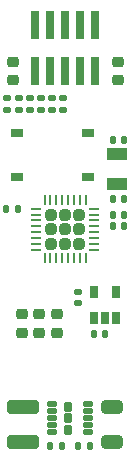
<source format=gbr>
%TF.GenerationSoftware,KiCad,Pcbnew,(6.0.4)*%
%TF.CreationDate,2022-05-03T13:51:14+02:00*%
%TF.ProjectId,nano_samc21e,6e616e6f-5f73-4616-9d63-3231652e6b69,rev?*%
%TF.SameCoordinates,Original*%
%TF.FileFunction,Paste,Top*%
%TF.FilePolarity,Positive*%
%FSLAX46Y46*%
G04 Gerber Fmt 4.6, Leading zero omitted, Abs format (unit mm)*
G04 Created by KiCad (PCBNEW (6.0.4)) date 2022-05-03 13:51:14*
%MOMM*%
%LPD*%
G01*
G04 APERTURE LIST*
G04 Aperture macros list*
%AMRoundRect*
0 Rectangle with rounded corners*
0 $1 Rounding radius*
0 $2 $3 $4 $5 $6 $7 $8 $9 X,Y pos of 4 corners*
0 Add a 4 corners polygon primitive as box body*
4,1,4,$2,$3,$4,$5,$6,$7,$8,$9,$2,$3,0*
0 Add four circle primitives for the rounded corners*
1,1,$1+$1,$2,$3*
1,1,$1+$1,$4,$5*
1,1,$1+$1,$6,$7*
1,1,$1+$1,$8,$9*
0 Add four rect primitives between the rounded corners*
20,1,$1+$1,$2,$3,$4,$5,0*
20,1,$1+$1,$4,$5,$6,$7,0*
20,1,$1+$1,$6,$7,$8,$9,0*
20,1,$1+$1,$8,$9,$2,$3,0*%
G04 Aperture macros list end*
%ADD10RoundRect,0.062500X-0.337500X0.062500X-0.337500X-0.062500X0.337500X-0.062500X0.337500X0.062500X0*%
%ADD11RoundRect,0.062500X-0.062500X0.337500X-0.062500X-0.337500X0.062500X-0.337500X0.062500X0.337500X0*%
%ADD12RoundRect,0.242500X-0.242500X0.242500X-0.242500X-0.242500X0.242500X-0.242500X0.242500X0.242500X0*%
%ADD13R,0.740000X2.400000*%
%ADD14RoundRect,0.250000X0.650000X-0.325000X0.650000X0.325000X-0.650000X0.325000X-0.650000X-0.325000X0*%
%ADD15RoundRect,0.250000X1.100000X-0.325000X1.100000X0.325000X-1.100000X0.325000X-1.100000X-0.325000X0*%
%ADD16RoundRect,0.140000X0.170000X-0.140000X0.170000X0.140000X-0.170000X0.140000X-0.170000X-0.140000X0*%
%ADD17RoundRect,0.140000X0.140000X0.170000X-0.140000X0.170000X-0.140000X-0.170000X0.140000X-0.170000X0*%
%ADD18RoundRect,0.112500X-0.287500X-0.112500X0.287500X-0.112500X0.287500X0.112500X-0.287500X0.112500X0*%
%ADD19RoundRect,0.162500X-0.162500X-0.287500X0.162500X-0.287500X0.162500X0.287500X-0.162500X0.287500X0*%
%ADD20RoundRect,0.225000X-0.250000X0.225000X-0.250000X-0.225000X0.250000X-0.225000X0.250000X0.225000X0*%
%ADD21RoundRect,0.140000X-0.140000X-0.170000X0.140000X-0.170000X0.140000X0.170000X-0.140000X0.170000X0*%
%ADD22R,1.800000X1.000000*%
%ADD23R,0.650000X1.060000*%
%ADD24RoundRect,0.218750X-0.256250X0.218750X-0.256250X-0.218750X0.256250X-0.218750X0.256250X0.218750X0*%
%ADD25RoundRect,0.140000X-0.170000X0.140000X-0.170000X-0.140000X0.170000X-0.140000X0.170000X0.140000X0*%
%ADD26RoundRect,0.225000X0.250000X-0.225000X0.250000X0.225000X-0.250000X0.225000X-0.250000X-0.225000X0*%
%ADD27R,1.000000X0.750000*%
G04 APERTURE END LIST*
D10*
%TO.C,U1*%
X26700000Y-32500000D03*
X26700000Y-33000000D03*
X26700000Y-33500000D03*
X26700000Y-34000000D03*
X26700000Y-34500000D03*
X26700000Y-35000000D03*
X26700000Y-35500000D03*
X26700000Y-36000000D03*
D11*
X26000000Y-36700000D03*
X25500000Y-36700000D03*
X25000000Y-36700000D03*
X24500000Y-36700000D03*
X24000000Y-36700000D03*
X23500000Y-36700000D03*
X23000000Y-36700000D03*
X22500000Y-36700000D03*
D10*
X21800000Y-36000000D03*
X21800000Y-35500000D03*
X21800000Y-35000000D03*
X21800000Y-34500000D03*
X21800000Y-34000000D03*
X21800000Y-33500000D03*
X21800000Y-33000000D03*
X21800000Y-32500000D03*
D11*
X22500000Y-31800000D03*
X23000000Y-31800000D03*
X23500000Y-31800000D03*
X24000000Y-31800000D03*
X24500000Y-31800000D03*
X25000000Y-31800000D03*
X25500000Y-31800000D03*
X26000000Y-31800000D03*
D12*
X23050000Y-33050000D03*
X23050000Y-34250000D03*
X24250000Y-34250000D03*
X25450000Y-34250000D03*
X25450000Y-33050000D03*
X24250000Y-33050000D03*
X24250000Y-35450000D03*
X25450000Y-35450000D03*
X23050000Y-35450000D03*
%TD*%
D13*
%TO.C,J1*%
X26790000Y-16985000D03*
X26790000Y-20885000D03*
X25520000Y-16985000D03*
X25520000Y-20885000D03*
X24250000Y-16985000D03*
X24250000Y-20885000D03*
X22980000Y-16985000D03*
X22980000Y-20885000D03*
X21710000Y-16985000D03*
X21710000Y-20885000D03*
%TD*%
D14*
%TO.C,C9*%
X28200000Y-52250000D03*
X28200000Y-49300000D03*
%TD*%
D15*
%TO.C,C12*%
X20700000Y-52250000D03*
X20700000Y-49300000D03*
%TD*%
D16*
%TO.C,R3*%
X23150000Y-24105000D03*
X23150000Y-23145000D03*
%TD*%
D17*
%TO.C,R6*%
X26305000Y-52625000D03*
X25345000Y-52625000D03*
%TD*%
%TO.C,R7*%
X23955000Y-52625000D03*
X22995000Y-52625000D03*
%TD*%
D18*
%TO.C,U3*%
X26200000Y-49050000D03*
X26200000Y-49650000D03*
X26200000Y-50250000D03*
X26200000Y-50850000D03*
X26200000Y-51450000D03*
X23150000Y-51450000D03*
X23150000Y-50850000D03*
X23150000Y-50250000D03*
X23150000Y-49650000D03*
X23150000Y-49050000D03*
D19*
X24500000Y-51220000D03*
X24500000Y-50250000D03*
X24500000Y-49280000D03*
%TD*%
D20*
%TO.C,C5*%
X20550000Y-41440000D03*
X20550000Y-42990000D03*
%TD*%
%TO.C,FB1*%
X22050000Y-41440000D03*
X22050000Y-42990000D03*
%TD*%
D21*
%TO.C,C7*%
X28270000Y-31650000D03*
X29230000Y-31650000D03*
%TD*%
D22*
%TO.C,Y1*%
X28600000Y-30400000D03*
X28600000Y-27900000D03*
%TD*%
D21*
%TO.C,C8*%
X28270000Y-26650000D03*
X29230000Y-26650000D03*
%TD*%
D16*
%TO.C,R4*%
X24100000Y-24105000D03*
X24100000Y-23145000D03*
%TD*%
%TO.C,R5*%
X19350000Y-24105000D03*
X19350000Y-23145000D03*
%TD*%
D23*
%TO.C,U2*%
X26650000Y-41789200D03*
X27600000Y-41789200D03*
X28550000Y-41789200D03*
X28550000Y-39589200D03*
X26650000Y-39589200D03*
%TD*%
D16*
%TO.C,C1*%
X21250000Y-24105000D03*
X21250000Y-23145000D03*
%TD*%
D21*
%TO.C,C4*%
X28270000Y-34000000D03*
X29230000Y-34000000D03*
%TD*%
D24*
%TO.C,D1*%
X28700000Y-20062500D03*
X28700000Y-21637500D03*
%TD*%
D16*
%TO.C,R2*%
X20300000Y-24105000D03*
X20300000Y-23145000D03*
%TD*%
D25*
%TO.C,C11*%
X25300000Y-39559200D03*
X25300000Y-40519200D03*
%TD*%
D24*
%TO.C,D2*%
X19800000Y-20062500D03*
X19800000Y-21637500D03*
%TD*%
D21*
%TO.C,C10*%
X26645000Y-43089200D03*
X27605000Y-43089200D03*
%TD*%
D17*
%TO.C,C6*%
X20230000Y-32500000D03*
X19270000Y-32500000D03*
%TD*%
D16*
%TO.C,R1*%
X22200000Y-24105000D03*
X22200000Y-23145000D03*
%TD*%
D21*
%TO.C,C3*%
X28270000Y-33050000D03*
X29230000Y-33050000D03*
%TD*%
D26*
%TO.C,C2*%
X23550000Y-42990000D03*
X23550000Y-41440000D03*
%TD*%
D27*
%TO.C,SW1*%
X20150000Y-29825000D03*
X26150000Y-29825000D03*
X26150000Y-26075000D03*
X20150000Y-26075000D03*
%TD*%
M02*

</source>
